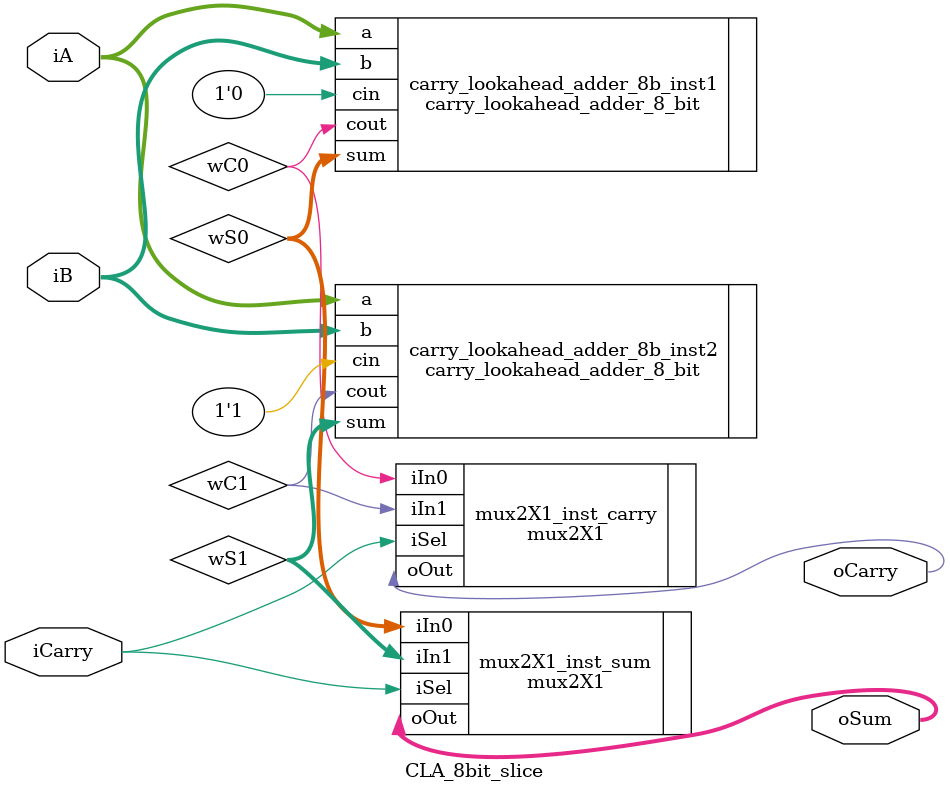
<source format=v>
module CLA_8bit_slice#(
    parameter   ADDER_WIDTH = 8
    )
    (
    input   wire [ADDER_WIDTH-1:0]  iA, iB, 
    input   wire                    iCarry,
    output  wire [ADDER_WIDTH-1:0]  oSum, 
    output  wire                    oCarry
    );
    
    wire [ADDER_WIDTH-1:0] wS0, wS1;
    wire wC0, wC1;
    
    carry_lookahead_adder_8_bit carry_lookahead_adder_8b_inst1 (
        .a( iA ), 
        .b( iB ),
        .cin( 1'b0 ),
        .sum( wS0 ),
        .cout( wC0 )
        );

    carry_lookahead_adder_8_bit carry_lookahead_adder_8b_inst2 (
        .a( iA ), 
        .b( iB ),
        .cin( 1'b1 ),
        .sum( wS1 ),
        .cout( wC1 )
        );
    
    mux2X1 #(ADDER_WIDTH) mux2X1_inst_sum(
        .iIn0( wS0 ),
        .iIn1( wS1 ),
        .iSel( iCarry ),
        .oOut( oSum )
        );
    
    mux2X1 #(1) mux2X1_inst_carry(
        .iIn0( wC0 ),
        .iIn1( wC1 ),
        .iSel( iCarry ),
        .oOut( oCarry )
        );
endmodule
</source>
